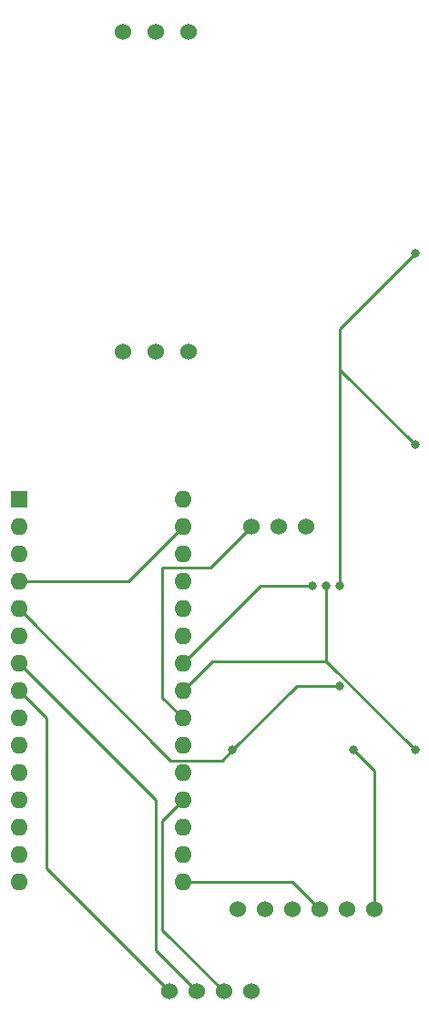
<source format=gbr>
%TF.GenerationSoftware,KiCad,Pcbnew,(5.1.10)-1*%
%TF.CreationDate,2021-09-08T13:12:46-04:00*%
%TF.ProjectId,Water_sensor,57617465-725f-4736-956e-736f722e6b69,rev?*%
%TF.SameCoordinates,Original*%
%TF.FileFunction,Copper,L2,Bot*%
%TF.FilePolarity,Positive*%
%FSLAX46Y46*%
G04 Gerber Fmt 4.6, Leading zero omitted, Abs format (unit mm)*
G04 Created by KiCad (PCBNEW (5.1.10)-1) date 2021-09-08 13:12:46*
%MOMM*%
%LPD*%
G01*
G04 APERTURE LIST*
%TA.AperFunction,ComponentPad*%
%ADD10R,1.600000X1.600000*%
%TD*%
%TA.AperFunction,ComponentPad*%
%ADD11O,1.600000X1.600000*%
%TD*%
%TA.AperFunction,ComponentPad*%
%ADD12C,1.524000*%
%TD*%
%TA.AperFunction,ViaPad*%
%ADD13C,0.800000*%
%TD*%
%TA.AperFunction,Conductor*%
%ADD14C,0.250000*%
%TD*%
G04 APERTURE END LIST*
D10*
%TO.P,A1,1*%
%TO.N,Net-(A1-Pad1)*%
X110490000Y-118110000D03*
D11*
%TO.P,A1,17*%
%TO.N,Net-(10K1-Pad1)*%
X125730000Y-151130000D03*
%TO.P,A1,2*%
%TO.N,Net-(A1-Pad2)*%
X110490000Y-120650000D03*
%TO.P,A1,18*%
%TO.N,Net-(A1-Pad18)*%
X125730000Y-148590000D03*
%TO.P,A1,3*%
%TO.N,Net-(A1-Pad3)*%
X110490000Y-123190000D03*
%TO.P,A1,19*%
%TO.N,Net-(A1-Pad19)*%
X125730000Y-146050000D03*
%TO.P,A1,4*%
%TO.N,GND*%
X110490000Y-125730000D03*
%TO.P,A1,20*%
%TO.N,Net-(A1-Pad20)*%
X125730000Y-143510000D03*
%TO.P,A1,5*%
%TO.N,Net-(A1-Pad5)*%
X110490000Y-128270000D03*
%TO.P,A1,21*%
%TO.N,Net-(A1-Pad21)*%
X125730000Y-140970000D03*
%TO.P,A1,6*%
%TO.N,Net-(A1-Pad6)*%
X110490000Y-130810000D03*
%TO.P,A1,22*%
%TO.N,Net-(A1-Pad22)*%
X125730000Y-138430000D03*
%TO.P,A1,7*%
%TO.N,Net-(A1-Pad7)*%
X110490000Y-133350000D03*
%TO.P,A1,23*%
%TO.N,Net-(10K1-Pad2)*%
X125730000Y-135890000D03*
%TO.P,A1,8*%
%TO.N,Net-(A1-Pad8)*%
X110490000Y-135890000D03*
%TO.P,A1,24*%
%TO.N,Net-(4.7k1-Pad2)*%
X125730000Y-133350000D03*
%TO.P,A1,9*%
%TO.N,Net-(A1-Pad9)*%
X110490000Y-138430000D03*
%TO.P,A1,25*%
%TO.N,Net-(A1-Pad25)*%
X125730000Y-130810000D03*
%TO.P,A1,10*%
%TO.N,Net-(A1-Pad10)*%
X110490000Y-140970000D03*
%TO.P,A1,26*%
%TO.N,Net-(A1-Pad26)*%
X125730000Y-128270000D03*
%TO.P,A1,11*%
%TO.N,Net-(A1-Pad11)*%
X110490000Y-143510000D03*
%TO.P,A1,27*%
%TO.N,Net-(A1-Pad27)*%
X125730000Y-125730000D03*
%TO.P,A1,12*%
%TO.N,Net-(A1-Pad12)*%
X110490000Y-146050000D03*
%TO.P,A1,28*%
%TO.N,Net-(A1-Pad28)*%
X125730000Y-123190000D03*
%TO.P,A1,13*%
%TO.N,Net-(A1-Pad13)*%
X110490000Y-148590000D03*
%TO.P,A1,29*%
%TO.N,GND*%
X125730000Y-120650000D03*
%TO.P,A1,14*%
%TO.N,Net-(A1-Pad14)*%
X110490000Y-151130000D03*
%TO.P,A1,30*%
%TO.N,Net-(A1-Pad30)*%
X125730000Y-118110000D03*
%TO.P,A1,15*%
%TO.N,Net-(A1-Pad15)*%
X110490000Y-153670000D03*
%TO.P,A1,16*%
%TO.N,Net-(A1-Pad16)*%
X125730000Y-153670000D03*
%TD*%
D12*
%TO.P,U2,1*%
%TO.N,Net-(10K1-Pad1)*%
X130810000Y-156210000D03*
%TO.P,U2,2*%
%TO.N,Net-(A1-Pad13)*%
X133350000Y-156210000D03*
%TO.P,U2,3*%
%TO.N,Net-(A1-Pad14)*%
X135890000Y-156210000D03*
%TO.P,U2,4*%
%TO.N,Net-(A1-Pad16)*%
X138430000Y-156210000D03*
%TO.P,U2,5*%
%TO.N,Net-(A1-Pad15)*%
X140970000Y-156210000D03*
%TO.P,U2,6*%
%TO.N,GND*%
X143510000Y-156210000D03*
%TD*%
%TO.P,U3,1*%
%TO.N,Net-(A1-Pad21)*%
X120142000Y-104394000D03*
%TO.P,U3,2*%
%TO.N,Net-(A1-Pad30)*%
X123190000Y-104394000D03*
%TO.P,U3,3*%
%TO.N,GND*%
X126238000Y-104394000D03*
%TD*%
%TO.P,U4,1*%
%TO.N,Net-(A1-Pad22)*%
X132080000Y-120650000D03*
%TO.P,U4,2*%
%TO.N,Net-(10K1-Pad1)*%
X134620000Y-120650000D03*
%TO.P,U4,3*%
%TO.N,GND*%
X137160000Y-120650000D03*
%TD*%
%TO.P,U5,1*%
%TO.N,Net-(A1-Pad20)*%
X120142000Y-74676000D03*
%TO.P,U5,2*%
%TO.N,Net-(A1-Pad30)*%
X123190000Y-74676000D03*
%TO.P,U5,3*%
%TO.N,GND*%
X126238000Y-74676000D03*
%TD*%
%TO.P,U6,1*%
%TO.N,Net-(A1-Pad8)*%
X124460000Y-163830000D03*
%TO.P,U6,2*%
%TO.N,Net-(A1-Pad7)*%
X127000000Y-163830000D03*
%TO.P,U6,3*%
%TO.N,Net-(A1-Pad19)*%
X129540000Y-163830000D03*
%TO.P,U6,4*%
%TO.N,GND*%
X132080000Y-163830000D03*
%TD*%
D13*
%TO.N,GND*%
X141605000Y-141400000D03*
%TO.N,Net-(A1-Pad5)*%
X130367500Y-141412500D03*
X140335000Y-135460000D03*
%TO.N,Net-(10K1-Pad2)*%
X139065000Y-126160000D03*
X147320000Y-141412500D03*
%TO.N,Net-(4.7k1-Pad2)*%
X137795000Y-126160000D03*
%TO.N,Net-(U1-Pad14)*%
X140335000Y-126160000D03*
X147320000Y-95250000D03*
X147320000Y-113030000D03*
%TD*%
D14*
%TO.N,Net-(A1-Pad19)*%
X125730000Y-146050000D02*
X123825000Y-147955000D01*
X123825000Y-147955000D02*
X123825000Y-158115000D01*
X123825000Y-158115000D02*
X129540000Y-163830000D01*
%TO.N,GND*%
X120650000Y-125730000D02*
X125730000Y-120650000D01*
X110490000Y-125730000D02*
X120650000Y-125730000D01*
X143510000Y-143305000D02*
X141605000Y-141400000D01*
X143510000Y-156210000D02*
X143510000Y-143305000D01*
%TO.N,Net-(A1-Pad5)*%
X129395001Y-142384999D02*
X130367500Y-141412500D01*
X124604999Y-142384999D02*
X129395001Y-142384999D01*
X110490000Y-128270000D02*
X124604999Y-142384999D01*
X136320000Y-135460000D02*
X140335000Y-135460000D01*
X130367500Y-141412500D02*
X136320000Y-135460000D01*
%TO.N,Net-(A1-Pad22)*%
X125730000Y-138430000D02*
X123825000Y-136525000D01*
X123825000Y-136525000D02*
X123825000Y-124460000D01*
X123825000Y-124460000D02*
X128270000Y-124460000D01*
X128270000Y-124460000D02*
X132080000Y-120650000D01*
%TO.N,Net-(A1-Pad7)*%
X123190000Y-160020000D02*
X127000000Y-163830000D01*
X123190000Y-146050000D02*
X123190000Y-160020000D01*
X110490000Y-133350000D02*
X123190000Y-146050000D01*
%TO.N,Net-(10K1-Pad2)*%
X139065000Y-133157500D02*
X147320000Y-141412500D01*
X139065000Y-126160000D02*
X139065000Y-133157500D01*
X128462500Y-133157500D02*
X139065000Y-133157500D01*
X125730000Y-135890000D02*
X128462500Y-133157500D01*
%TO.N,Net-(A1-Pad8)*%
X110490000Y-135890000D02*
X113030000Y-138430000D01*
X113030000Y-152400000D02*
X124460000Y-163830000D01*
X113030000Y-138430000D02*
X113030000Y-152400000D01*
%TO.N,Net-(4.7k1-Pad2)*%
X132920000Y-126160000D02*
X137795000Y-126160000D01*
X125730000Y-133350000D02*
X132920000Y-126160000D01*
%TO.N,Net-(A1-Pad16)*%
X135890000Y-153670000D02*
X138430000Y-156210000D01*
X125730000Y-153670000D02*
X135890000Y-153670000D01*
%TO.N,Net-(U1-Pad14)*%
X140335000Y-126160000D02*
X140335000Y-102235000D01*
X140335000Y-102235000D02*
X147320000Y-95250000D01*
X140335000Y-102235000D02*
X140335000Y-106045000D01*
X140335000Y-106045000D02*
X147320000Y-113030000D01*
%TD*%
M02*

</source>
